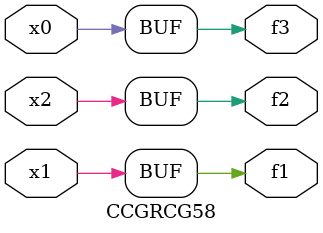
<source format=v>
module CCGRCG58(
	input x0, x1, x2,
	output f1, f2, f3
);
	assign f1 = x1;
	assign f2 = x2;
	assign f3 = x0;
endmodule

</source>
